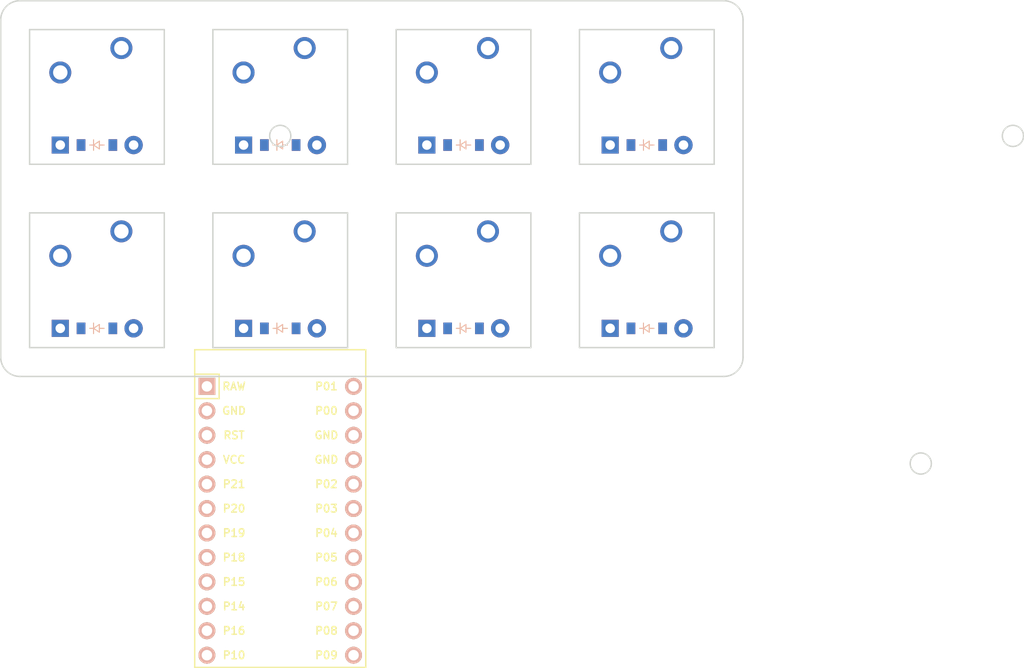
<source format=kicad_pcb>


(kicad_pcb (version 20171130) (host pcbnew 5.1.6)

  (page A3)
  (title_block
    (title "main")
    (rev "1")
    (company "Ergogen Design Prompt")
  )

  (general
    (thickness 1.6)
  )

  (layers
    (0 F.Cu signal)
    (31 B.Cu signal)
    (32 B.Adhes user)
    (33 F.Adhes user)
    (34 B.Paste user)
    (35 F.Paste user)
    (36 B.SilkS user)
    (37 F.SilkS user)
    (38 B.Mask user)
    (39 F.Mask user)
    (40 Dwgs.User user)
    (41 Cmts.User user)
    (42 Eco1.User user)
    (43 Eco2.User user)
    (44 Edge.Cuts user)
    (45 Margin user)
    (46 B.CrtYd user)
    (47 F.CrtYd user)
    (48 B.Fab user)
    (49 F.Fab user)
  )

  (setup
    (last_trace_width 0.25)
    (trace_clearance 0.2)
    (zone_clearance 0.508)
    (zone_45_only no)
    (trace_min 0.2)
    (via_size 0.8)
    (via_drill 0.4)
    (via_min_size 0.4)
    (via_min_drill 0.3)
    (uvia_size 0.3)
    (uvia_drill 0.1)
    (uvias_allowed no)
    (uvia_min_size 0.2)
    (uvia_min_drill 0.1)
    (edge_width 0.05)
    (segment_width 0.2)
    (pcb_text_width 0.3)
    (pcb_text_size 1.5 1.5)
    (mod_edge_width 0.12)
    (mod_text_size 1 1)
    (mod_text_width 0.15)
    (pad_size 1.524 1.524)
    (pad_drill 0.762)
    (pad_to_mask_clearance 0.05)
    (aux_axis_origin 0 0)
    (visible_elements FFFFFF7F)
    (pcbplotparams
      (layerselection 0x010fc_ffffffff)
      (usegerberextensions false)
      (usegerberattributes true)
      (usegerberadvancedattributes true)
      (creategerberjobfile true)
      (excludeedgelayer true)
      (linewidth 0.100000)
      (plotframeref false)
      (viasonmask false)
      (mode 1)
      (useauxorigin false)
      (hpglpennumber 1)
      (hpglpenspeed 20)
      (hpglpendiameter 15.000000)
      (psnegative false)
      (psa4output false)
      (plotreference true)
      (plotvalue true)
      (plotinvisibletext false)
      (padsonsilk false)
      (subtractmaskfromsilk false)
      (outputformat 1)
      (mirror false)
      (drillshape 1)
      (scaleselection 1)
      (outputdirectory ""))
  )

  (net 0 "")
(net 1 "C0")
(net 2 "col0_row0")
(net 3 "col0_row1")
(net 4 "C1")
(net 5 "col1_row0")
(net 6 "col1_row1")
(net 7 "C2")
(net 8 "col2_row0")
(net 9 "col2_row1")
(net 10 "C3")
(net 11 "col3_row0")
(net 12 "col3_row1")
(net 13 "R0")
(net 14 "R1")
(net 15 "RAW")
(net 16 "GND")
(net 17 "RST")
(net 18 "VCC")
(net 19 "P21")
(net 20 "P20")
(net 21 "P19")
(net 22 "P18")
(net 23 "P15")
(net 24 "P14")
(net 25 "P16")
(net 26 "P10")
(net 27 "P1")
(net 28 "P0")
(net 29 "P2")
(net 30 "P3")
(net 31 "P4")
(net 32 "P5")
(net 33 "P6")
(net 34 "P7")
(net 35 "P8")
(net 36 "P9")

  (net_class Default "This is the default net class."
    (clearance 0.2)
    (trace_width 0.25)
    (via_dia 0.8)
    (via_drill 0.4)
    (uvia_dia 0.3)
    (uvia_drill 0.1)
    (add_net "")
(add_net "C0")
(add_net "col0_row0")
(add_net "col0_row1")
(add_net "C1")
(add_net "col1_row0")
(add_net "col1_row1")
(add_net "C2")
(add_net "col2_row0")
(add_net "col2_row1")
(add_net "C3")
(add_net "col3_row0")
(add_net "col3_row1")
(add_net "R0")
(add_net "R1")
(add_net "RAW")
(add_net "GND")
(add_net "RST")
(add_net "VCC")
(add_net "P21")
(add_net "P20")
(add_net "P19")
(add_net "P18")
(add_net "P15")
(add_net "P14")
(add_net "P16")
(add_net "P10")
(add_net "P1")
(add_net "P0")
(add_net "P2")
(add_net "P3")
(add_net "P4")
(add_net "P5")
(add_net "P6")
(add_net "P7")
(add_net "P8")
(add_net "P9")
  )

  
        
      (module MX (layer F.Cu) (tedit 5DD4F656)
      (at 0 0 0)

      
      (fp_text reference "S1" (at 0 0) (layer F.SilkS) hide (effects (font (size 1.27 1.27) (thickness 0.15))))
      (fp_text value "" (at 0 0) (layer F.SilkS) hide (effects (font (size 1.27 1.27) (thickness 0.15))))

      
      (fp_line (start -7 -6) (end -7 -7) (layer Dwgs.User) (width 0.15))
      (fp_line (start -7 7) (end -6 7) (layer Dwgs.User) (width 0.15))
      (fp_line (start -6 -7) (end -7 -7) (layer Dwgs.User) (width 0.15))
      (fp_line (start -7 7) (end -7 6) (layer Dwgs.User) (width 0.15))
      (fp_line (start 7 6) (end 7 7) (layer Dwgs.User) (width 0.15))
      (fp_line (start 7 -7) (end 6 -7) (layer Dwgs.User) (width 0.15))
      (fp_line (start 6 7) (end 7 7) (layer Dwgs.User) (width 0.15))
      (fp_line (start 7 -7) (end 7 -6) (layer Dwgs.User) (width 0.15))
    
      
      (pad "" np_thru_hole circle (at 0 0) (size 3.9878 3.9878) (drill 3.9878) (layers *.Cu *.Mask))

      
      (pad "" np_thru_hole circle (at 5.08 0) (size 1.7018 1.7018) (drill 1.7018) (layers *.Cu *.Mask))
      (pad "" np_thru_hole circle (at -5.08 0) (size 1.7018 1.7018) (drill 1.7018) (layers *.Cu *.Mask))
      
        
        
            
            (pad 1 thru_hole circle (at 2.54 -5.08) (size 2.286 2.286) (drill 1.4986) (layers *.Cu *.Mask) (net 1 "C0"))
            (pad 2 thru_hole circle (at -3.81 -2.54) (size 2.286 2.286) (drill 1.4986) (layers *.Cu *.Mask) (net 2 "col0_row0"))
          )
        

        
      (module MX (layer F.Cu) (tedit 5DD4F656)
      (at 0 -19.05 0)

      
      (fp_text reference "S2" (at 0 0) (layer F.SilkS) hide (effects (font (size 1.27 1.27) (thickness 0.15))))
      (fp_text value "" (at 0 0) (layer F.SilkS) hide (effects (font (size 1.27 1.27) (thickness 0.15))))

      
      (fp_line (start -7 -6) (end -7 -7) (layer Dwgs.User) (width 0.15))
      (fp_line (start -7 7) (end -6 7) (layer Dwgs.User) (width 0.15))
      (fp_line (start -6 -7) (end -7 -7) (layer Dwgs.User) (width 0.15))
      (fp_line (start -7 7) (end -7 6) (layer Dwgs.User) (width 0.15))
      (fp_line (start 7 6) (end 7 7) (layer Dwgs.User) (width 0.15))
      (fp_line (start 7 -7) (end 6 -7) (layer Dwgs.User) (width 0.15))
      (fp_line (start 6 7) (end 7 7) (layer Dwgs.User) (width 0.15))
      (fp_line (start 7 -7) (end 7 -6) (layer Dwgs.User) (width 0.15))
    
      
      (pad "" np_thru_hole circle (at 0 0) (size 3.9878 3.9878) (drill 3.9878) (layers *.Cu *.Mask))

      
      (pad "" np_thru_hole circle (at 5.08 0) (size 1.7018 1.7018) (drill 1.7018) (layers *.Cu *.Mask))
      (pad "" np_thru_hole circle (at -5.08 0) (size 1.7018 1.7018) (drill 1.7018) (layers *.Cu *.Mask))
      
        
        
            
            (pad 1 thru_hole circle (at 2.54 -5.08) (size 2.286 2.286) (drill 1.4986) (layers *.Cu *.Mask) (net 1 "C0"))
            (pad 2 thru_hole circle (at -3.81 -2.54) (size 2.286 2.286) (drill 1.4986) (layers *.Cu *.Mask) (net 3 "col0_row1"))
          )
        

        
      (module MX (layer F.Cu) (tedit 5DD4F656)
      (at 19.05 0 0)

      
      (fp_text reference "S3" (at 0 0) (layer F.SilkS) hide (effects (font (size 1.27 1.27) (thickness 0.15))))
      (fp_text value "" (at 0 0) (layer F.SilkS) hide (effects (font (size 1.27 1.27) (thickness 0.15))))

      
      (fp_line (start -7 -6) (end -7 -7) (layer Dwgs.User) (width 0.15))
      (fp_line (start -7 7) (end -6 7) (layer Dwgs.User) (width 0.15))
      (fp_line (start -6 -7) (end -7 -7) (layer Dwgs.User) (width 0.15))
      (fp_line (start -7 7) (end -7 6) (layer Dwgs.User) (width 0.15))
      (fp_line (start 7 6) (end 7 7) (layer Dwgs.User) (width 0.15))
      (fp_line (start 7 -7) (end 6 -7) (layer Dwgs.User) (width 0.15))
      (fp_line (start 6 7) (end 7 7) (layer Dwgs.User) (width 0.15))
      (fp_line (start 7 -7) (end 7 -6) (layer Dwgs.User) (width 0.15))
    
      
      (pad "" np_thru_hole circle (at 0 0) (size 3.9878 3.9878) (drill 3.9878) (layers *.Cu *.Mask))

      
      (pad "" np_thru_hole circle (at 5.08 0) (size 1.7018 1.7018) (drill 1.7018) (layers *.Cu *.Mask))
      (pad "" np_thru_hole circle (at -5.08 0) (size 1.7018 1.7018) (drill 1.7018) (layers *.Cu *.Mask))
      
        
        
            
            (pad 1 thru_hole circle (at 2.54 -5.08) (size 2.286 2.286) (drill 1.4986) (layers *.Cu *.Mask) (net 4 "C1"))
            (pad 2 thru_hole circle (at -3.81 -2.54) (size 2.286 2.286) (drill 1.4986) (layers *.Cu *.Mask) (net 5 "col1_row0"))
          )
        

        
      (module MX (layer F.Cu) (tedit 5DD4F656)
      (at 19.05 -19.05 0)

      
      (fp_text reference "S4" (at 0 0) (layer F.SilkS) hide (effects (font (size 1.27 1.27) (thickness 0.15))))
      (fp_text value "" (at 0 0) (layer F.SilkS) hide (effects (font (size 1.27 1.27) (thickness 0.15))))

      
      (fp_line (start -7 -6) (end -7 -7) (layer Dwgs.User) (width 0.15))
      (fp_line (start -7 7) (end -6 7) (layer Dwgs.User) (width 0.15))
      (fp_line (start -6 -7) (end -7 -7) (layer Dwgs.User) (width 0.15))
      (fp_line (start -7 7) (end -7 6) (layer Dwgs.User) (width 0.15))
      (fp_line (start 7 6) (end 7 7) (layer Dwgs.User) (width 0.15))
      (fp_line (start 7 -7) (end 6 -7) (layer Dwgs.User) (width 0.15))
      (fp_line (start 6 7) (end 7 7) (layer Dwgs.User) (width 0.15))
      (fp_line (start 7 -7) (end 7 -6) (layer Dwgs.User) (width 0.15))
    
      
      (pad "" np_thru_hole circle (at 0 0) (size 3.9878 3.9878) (drill 3.9878) (layers *.Cu *.Mask))

      
      (pad "" np_thru_hole circle (at 5.08 0) (size 1.7018 1.7018) (drill 1.7018) (layers *.Cu *.Mask))
      (pad "" np_thru_hole circle (at -5.08 0) (size 1.7018 1.7018) (drill 1.7018) (layers *.Cu *.Mask))
      
        
        
            
            (pad 1 thru_hole circle (at 2.54 -5.08) (size 2.286 2.286) (drill 1.4986) (layers *.Cu *.Mask) (net 4 "C1"))
            (pad 2 thru_hole circle (at -3.81 -2.54) (size 2.286 2.286) (drill 1.4986) (layers *.Cu *.Mask) (net 6 "col1_row1"))
          )
        

        
      (module MX (layer F.Cu) (tedit 5DD4F656)
      (at 38.1 0 0)

      
      (fp_text reference "S5" (at 0 0) (layer F.SilkS) hide (effects (font (size 1.27 1.27) (thickness 0.15))))
      (fp_text value "" (at 0 0) (layer F.SilkS) hide (effects (font (size 1.27 1.27) (thickness 0.15))))

      
      (fp_line (start -7 -6) (end -7 -7) (layer Dwgs.User) (width 0.15))
      (fp_line (start -7 7) (end -6 7) (layer Dwgs.User) (width 0.15))
      (fp_line (start -6 -7) (end -7 -7) (layer Dwgs.User) (width 0.15))
      (fp_line (start -7 7) (end -7 6) (layer Dwgs.User) (width 0.15))
      (fp_line (start 7 6) (end 7 7) (layer Dwgs.User) (width 0.15))
      (fp_line (start 7 -7) (end 6 -7) (layer Dwgs.User) (width 0.15))
      (fp_line (start 6 7) (end 7 7) (layer Dwgs.User) (width 0.15))
      (fp_line (start 7 -7) (end 7 -6) (layer Dwgs.User) (width 0.15))
    
      
      (pad "" np_thru_hole circle (at 0 0) (size 3.9878 3.9878) (drill 3.9878) (layers *.Cu *.Mask))

      
      (pad "" np_thru_hole circle (at 5.08 0) (size 1.7018 1.7018) (drill 1.7018) (layers *.Cu *.Mask))
      (pad "" np_thru_hole circle (at -5.08 0) (size 1.7018 1.7018) (drill 1.7018) (layers *.Cu *.Mask))
      
        
        
            
            (pad 1 thru_hole circle (at 2.54 -5.08) (size 2.286 2.286) (drill 1.4986) (layers *.Cu *.Mask) (net 7 "C2"))
            (pad 2 thru_hole circle (at -3.81 -2.54) (size 2.286 2.286) (drill 1.4986) (layers *.Cu *.Mask) (net 8 "col2_row0"))
          )
        

        
      (module MX (layer F.Cu) (tedit 5DD4F656)
      (at 38.1 -19.05 0)

      
      (fp_text reference "S6" (at 0 0) (layer F.SilkS) hide (effects (font (size 1.27 1.27) (thickness 0.15))))
      (fp_text value "" (at 0 0) (layer F.SilkS) hide (effects (font (size 1.27 1.27) (thickness 0.15))))

      
      (fp_line (start -7 -6) (end -7 -7) (layer Dwgs.User) (width 0.15))
      (fp_line (start -7 7) (end -6 7) (layer Dwgs.User) (width 0.15))
      (fp_line (start -6 -7) (end -7 -7) (layer Dwgs.User) (width 0.15))
      (fp_line (start -7 7) (end -7 6) (layer Dwgs.User) (width 0.15))
      (fp_line (start 7 6) (end 7 7) (layer Dwgs.User) (width 0.15))
      (fp_line (start 7 -7) (end 6 -7) (layer Dwgs.User) (width 0.15))
      (fp_line (start 6 7) (end 7 7) (layer Dwgs.User) (width 0.15))
      (fp_line (start 7 -7) (end 7 -6) (layer Dwgs.User) (width 0.15))
    
      
      (pad "" np_thru_hole circle (at 0 0) (size 3.9878 3.9878) (drill 3.9878) (layers *.Cu *.Mask))

      
      (pad "" np_thru_hole circle (at 5.08 0) (size 1.7018 1.7018) (drill 1.7018) (layers *.Cu *.Mask))
      (pad "" np_thru_hole circle (at -5.08 0) (size 1.7018 1.7018) (drill 1.7018) (layers *.Cu *.Mask))
      
        
        
            
            (pad 1 thru_hole circle (at 2.54 -5.08) (size 2.286 2.286) (drill 1.4986) (layers *.Cu *.Mask) (net 7 "C2"))
            (pad 2 thru_hole circle (at -3.81 -2.54) (size 2.286 2.286) (drill 1.4986) (layers *.Cu *.Mask) (net 9 "col2_row1"))
          )
        

        
      (module MX (layer F.Cu) (tedit 5DD4F656)
      (at 57.15 0 0)

      
      (fp_text reference "S7" (at 0 0) (layer F.SilkS) hide (effects (font (size 1.27 1.27) (thickness 0.15))))
      (fp_text value "" (at 0 0) (layer F.SilkS) hide (effects (font (size 1.27 1.27) (thickness 0.15))))

      
      (fp_line (start -7 -6) (end -7 -7) (layer Dwgs.User) (width 0.15))
      (fp_line (start -7 7) (end -6 7) (layer Dwgs.User) (width 0.15))
      (fp_line (start -6 -7) (end -7 -7) (layer Dwgs.User) (width 0.15))
      (fp_line (start -7 7) (end -7 6) (layer Dwgs.User) (width 0.15))
      (fp_line (start 7 6) (end 7 7) (layer Dwgs.User) (width 0.15))
      (fp_line (start 7 -7) (end 6 -7) (layer Dwgs.User) (width 0.15))
      (fp_line (start 6 7) (end 7 7) (layer Dwgs.User) (width 0.15))
      (fp_line (start 7 -7) (end 7 -6) (layer Dwgs.User) (width 0.15))
    
      
      (pad "" np_thru_hole circle (at 0 0) (size 3.9878 3.9878) (drill 3.9878) (layers *.Cu *.Mask))

      
      (pad "" np_thru_hole circle (at 5.08 0) (size 1.7018 1.7018) (drill 1.7018) (layers *.Cu *.Mask))
      (pad "" np_thru_hole circle (at -5.08 0) (size 1.7018 1.7018) (drill 1.7018) (layers *.Cu *.Mask))
      
        
        
            
            (pad 1 thru_hole circle (at 2.54 -5.08) (size 2.286 2.286) (drill 1.4986) (layers *.Cu *.Mask) (net 10 "C3"))
            (pad 2 thru_hole circle (at -3.81 -2.54) (size 2.286 2.286) (drill 1.4986) (layers *.Cu *.Mask) (net 11 "col3_row0"))
          )
        

        
      (module MX (layer F.Cu) (tedit 5DD4F656)
      (at 57.15 -19.05 0)

      
      (fp_text reference "S8" (at 0 0) (layer F.SilkS) hide (effects (font (size 1.27 1.27) (thickness 0.15))))
      (fp_text value "" (at 0 0) (layer F.SilkS) hide (effects (font (size 1.27 1.27) (thickness 0.15))))

      
      (fp_line (start -7 -6) (end -7 -7) (layer Dwgs.User) (width 0.15))
      (fp_line (start -7 7) (end -6 7) (layer Dwgs.User) (width 0.15))
      (fp_line (start -6 -7) (end -7 -7) (layer Dwgs.User) (width 0.15))
      (fp_line (start -7 7) (end -7 6) (layer Dwgs.User) (width 0.15))
      (fp_line (start 7 6) (end 7 7) (layer Dwgs.User) (width 0.15))
      (fp_line (start 7 -7) (end 6 -7) (layer Dwgs.User) (width 0.15))
      (fp_line (start 6 7) (end 7 7) (layer Dwgs.User) (width 0.15))
      (fp_line (start 7 -7) (end 7 -6) (layer Dwgs.User) (width 0.15))
    
      
      (pad "" np_thru_hole circle (at 0 0) (size 3.9878 3.9878) (drill 3.9878) (layers *.Cu *.Mask))

      
      (pad "" np_thru_hole circle (at 5.08 0) (size 1.7018 1.7018) (drill 1.7018) (layers *.Cu *.Mask))
      (pad "" np_thru_hole circle (at -5.08 0) (size 1.7018 1.7018) (drill 1.7018) (layers *.Cu *.Mask))
      
        
        
            
            (pad 1 thru_hole circle (at 2.54 -5.08) (size 2.286 2.286) (drill 1.4986) (layers *.Cu *.Mask) (net 10 "C3"))
            (pad 2 thru_hole circle (at -3.81 -2.54) (size 2.286 2.286) (drill 1.4986) (layers *.Cu *.Mask) (net 12 "col3_row1"))
          )
        

  
    (module ComboDiode (layer F.Cu) (tedit 5B24D78E)


        (at 0 5 0)

        
        (fp_text reference "D1" (at 0 0) (layer F.SilkS) hide (effects (font (size 1.27 1.27) (thickness 0.15))))
        (fp_text value "" (at 0 0) (layer F.SilkS) hide (effects (font (size 1.27 1.27) (thickness 0.15))))
        
        
        (fp_line (start 0.25 0) (end 0.75 0) (layer F.SilkS) (width 0.1))
        (fp_line (start 0.25 0.4) (end -0.35 0) (layer F.SilkS) (width 0.1))
        (fp_line (start 0.25 -0.4) (end 0.25 0.4) (layer F.SilkS) (width 0.1))
        (fp_line (start -0.35 0) (end 0.25 -0.4) (layer F.SilkS) (width 0.1))
        (fp_line (start -0.35 0) (end -0.35 0.55) (layer F.SilkS) (width 0.1))
        (fp_line (start -0.35 0) (end -0.35 -0.55) (layer F.SilkS) (width 0.1))
        (fp_line (start -0.75 0) (end -0.35 0) (layer F.SilkS) (width 0.1))
        (fp_line (start 0.25 0) (end 0.75 0) (layer B.SilkS) (width 0.1))
        (fp_line (start 0.25 0.4) (end -0.35 0) (layer B.SilkS) (width 0.1))
        (fp_line (start 0.25 -0.4) (end 0.25 0.4) (layer B.SilkS) (width 0.1))
        (fp_line (start -0.35 0) (end 0.25 -0.4) (layer B.SilkS) (width 0.1))
        (fp_line (start -0.35 0) (end -0.35 0.55) (layer B.SilkS) (width 0.1))
        (fp_line (start -0.35 0) (end -0.35 -0.55) (layer B.SilkS) (width 0.1))
        (fp_line (start -0.75 0) (end -0.35 0) (layer B.SilkS) (width 0.1))
    
        
        (pad 1 smd rect (at -1.65 0 0) (size 0.9 1.2) (layers F.Cu F.Paste F.Mask) (net 13 "R0"))
        (pad 2 smd rect (at 1.65 0 0) (size 0.9 1.2) (layers B.Cu B.Paste B.Mask) (net 2 "col0_row0"))
        (pad 1 smd rect (at -1.65 0 0) (size 0.9 1.2) (layers B.Cu B.Paste B.Mask) (net 13 "R0"))
        (pad 2 smd rect (at 1.65 0 0) (size 0.9 1.2) (layers F.Cu F.Paste F.Mask) (net 2 "col0_row0"))
        
        
        (pad 1 thru_hole rect (at -3.81 0 0) (size 1.778 1.778) (drill 0.9906) (layers *.Cu *.Mask) (net 13 "R0"))
        (pad 2 thru_hole circle (at 3.81 0 0) (size 1.905 1.905) (drill 0.9906) (layers *.Cu *.Mask) (net 2 "col0_row0"))
    )
  
    

  
    (module ComboDiode (layer F.Cu) (tedit 5B24D78E)


        (at 0 -14.05 0)

        
        (fp_text reference "D2" (at 0 0) (layer F.SilkS) hide (effects (font (size 1.27 1.27) (thickness 0.15))))
        (fp_text value "" (at 0 0) (layer F.SilkS) hide (effects (font (size 1.27 1.27) (thickness 0.15))))
        
        
        (fp_line (start 0.25 0) (end 0.75 0) (layer F.SilkS) (width 0.1))
        (fp_line (start 0.25 0.4) (end -0.35 0) (layer F.SilkS) (width 0.1))
        (fp_line (start 0.25 -0.4) (end 0.25 0.4) (layer F.SilkS) (width 0.1))
        (fp_line (start -0.35 0) (end 0.25 -0.4) (layer F.SilkS) (width 0.1))
        (fp_line (start -0.35 0) (end -0.35 0.55) (layer F.SilkS) (width 0.1))
        (fp_line (start -0.35 0) (end -0.35 -0.55) (layer F.SilkS) (width 0.1))
        (fp_line (start -0.75 0) (end -0.35 0) (layer F.SilkS) (width 0.1))
        (fp_line (start 0.25 0) (end 0.75 0) (layer B.SilkS) (width 0.1))
        (fp_line (start 0.25 0.4) (end -0.35 0) (layer B.SilkS) (width 0.1))
        (fp_line (start 0.25 -0.4) (end 0.25 0.4) (layer B.SilkS) (width 0.1))
        (fp_line (start -0.35 0) (end 0.25 -0.4) (layer B.SilkS) (width 0.1))
        (fp_line (start -0.35 0) (end -0.35 0.55) (layer B.SilkS) (width 0.1))
        (fp_line (start -0.35 0) (end -0.35 -0.55) (layer B.SilkS) (width 0.1))
        (fp_line (start -0.75 0) (end -0.35 0) (layer B.SilkS) (width 0.1))
    
        
        (pad 1 smd rect (at -1.65 0 0) (size 0.9 1.2) (layers F.Cu F.Paste F.Mask) (net 14 "R1"))
        (pad 2 smd rect (at 1.65 0 0) (size 0.9 1.2) (layers B.Cu B.Paste B.Mask) (net 3 "col0_row1"))
        (pad 1 smd rect (at -1.65 0 0) (size 0.9 1.2) (layers B.Cu B.Paste B.Mask) (net 14 "R1"))
        (pad 2 smd rect (at 1.65 0 0) (size 0.9 1.2) (layers F.Cu F.Paste F.Mask) (net 3 "col0_row1"))
        
        
        (pad 1 thru_hole rect (at -3.81 0 0) (size 1.778 1.778) (drill 0.9906) (layers *.Cu *.Mask) (net 14 "R1"))
        (pad 2 thru_hole circle (at 3.81 0 0) (size 1.905 1.905) (drill 0.9906) (layers *.Cu *.Mask) (net 3 "col0_row1"))
    )
  
    

  
    (module ComboDiode (layer F.Cu) (tedit 5B24D78E)


        (at 19.05 5 0)

        
        (fp_text reference "D3" (at 0 0) (layer F.SilkS) hide (effects (font (size 1.27 1.27) (thickness 0.15))))
        (fp_text value "" (at 0 0) (layer F.SilkS) hide (effects (font (size 1.27 1.27) (thickness 0.15))))
        
        
        (fp_line (start 0.25 0) (end 0.75 0) (layer F.SilkS) (width 0.1))
        (fp_line (start 0.25 0.4) (end -0.35 0) (layer F.SilkS) (width 0.1))
        (fp_line (start 0.25 -0.4) (end 0.25 0.4) (layer F.SilkS) (width 0.1))
        (fp_line (start -0.35 0) (end 0.25 -0.4) (layer F.SilkS) (width 0.1))
        (fp_line (start -0.35 0) (end -0.35 0.55) (layer F.SilkS) (width 0.1))
        (fp_line (start -0.35 0) (end -0.35 -0.55) (layer F.SilkS) (width 0.1))
        (fp_line (start -0.75 0) (end -0.35 0) (layer F.SilkS) (width 0.1))
        (fp_line (start 0.25 0) (end 0.75 0) (layer B.SilkS) (width 0.1))
        (fp_line (start 0.25 0.4) (end -0.35 0) (layer B.SilkS) (width 0.1))
        (fp_line (start 0.25 -0.4) (end 0.25 0.4) (layer B.SilkS) (width 0.1))
        (fp_line (start -0.35 0) (end 0.25 -0.4) (layer B.SilkS) (width 0.1))
        (fp_line (start -0.35 0) (end -0.35 0.55) (layer B.SilkS) (width 0.1))
        (fp_line (start -0.35 0) (end -0.35 -0.55) (layer B.SilkS) (width 0.1))
        (fp_line (start -0.75 0) (end -0.35 0) (layer B.SilkS) (width 0.1))
    
        
        (pad 1 smd rect (at -1.65 0 0) (size 0.9 1.2) (layers F.Cu F.Paste F.Mask) (net 13 "R0"))
        (pad 2 smd rect (at 1.65 0 0) (size 0.9 1.2) (layers B.Cu B.Paste B.Mask) (net 5 "col1_row0"))
        (pad 1 smd rect (at -1.65 0 0) (size 0.9 1.2) (layers B.Cu B.Paste B.Mask) (net 13 "R0"))
        (pad 2 smd rect (at 1.65 0 0) (size 0.9 1.2) (layers F.Cu F.Paste F.Mask) (net 5 "col1_row0"))
        
        
        (pad 1 thru_hole rect (at -3.81 0 0) (size 1.778 1.778) (drill 0.9906) (layers *.Cu *.Mask) (net 13 "R0"))
        (pad 2 thru_hole circle (at 3.81 0 0) (size 1.905 1.905) (drill 0.9906) (layers *.Cu *.Mask) (net 5 "col1_row0"))
    )
  
    

  
    (module ComboDiode (layer F.Cu) (tedit 5B24D78E)


        (at 19.05 -14.05 0)

        
        (fp_text reference "D4" (at 0 0) (layer F.SilkS) hide (effects (font (size 1.27 1.27) (thickness 0.15))))
        (fp_text value "" (at 0 0) (layer F.SilkS) hide (effects (font (size 1.27 1.27) (thickness 0.15))))
        
        
        (fp_line (start 0.25 0) (end 0.75 0) (layer F.SilkS) (width 0.1))
        (fp_line (start 0.25 0.4) (end -0.35 0) (layer F.SilkS) (width 0.1))
        (fp_line (start 0.25 -0.4) (end 0.25 0.4) (layer F.SilkS) (width 0.1))
        (fp_line (start -0.35 0) (end 0.25 -0.4) (layer F.SilkS) (width 0.1))
        (fp_line (start -0.35 0) (end -0.35 0.55) (layer F.SilkS) (width 0.1))
        (fp_line (start -0.35 0) (end -0.35 -0.55) (layer F.SilkS) (width 0.1))
        (fp_line (start -0.75 0) (end -0.35 0) (layer F.SilkS) (width 0.1))
        (fp_line (start 0.25 0) (end 0.75 0) (layer B.SilkS) (width 0.1))
        (fp_line (start 0.25 0.4) (end -0.35 0) (layer B.SilkS) (width 0.1))
        (fp_line (start 0.25 -0.4) (end 0.25 0.4) (layer B.SilkS) (width 0.1))
        (fp_line (start -0.35 0) (end 0.25 -0.4) (layer B.SilkS) (width 0.1))
        (fp_line (start -0.35 0) (end -0.35 0.55) (layer B.SilkS) (width 0.1))
        (fp_line (start -0.35 0) (end -0.35 -0.55) (layer B.SilkS) (width 0.1))
        (fp_line (start -0.75 0) (end -0.35 0) (layer B.SilkS) (width 0.1))
    
        
        (pad 1 smd rect (at -1.65 0 0) (size 0.9 1.2) (layers F.Cu F.Paste F.Mask) (net 14 "R1"))
        (pad 2 smd rect (at 1.65 0 0) (size 0.9 1.2) (layers B.Cu B.Paste B.Mask) (net 6 "col1_row1"))
        (pad 1 smd rect (at -1.65 0 0) (size 0.9 1.2) (layers B.Cu B.Paste B.Mask) (net 14 "R1"))
        (pad 2 smd rect (at 1.65 0 0) (size 0.9 1.2) (layers F.Cu F.Paste F.Mask) (net 6 "col1_row1"))
        
        
        (pad 1 thru_hole rect (at -3.81 0 0) (size 1.778 1.778) (drill 0.9906) (layers *.Cu *.Mask) (net 14 "R1"))
        (pad 2 thru_hole circle (at 3.81 0 0) (size 1.905 1.905) (drill 0.9906) (layers *.Cu *.Mask) (net 6 "col1_row1"))
    )
  
    

  
    (module ComboDiode (layer F.Cu) (tedit 5B24D78E)


        (at 38.1 5 0)

        
        (fp_text reference "D5" (at 0 0) (layer F.SilkS) hide (effects (font (size 1.27 1.27) (thickness 0.15))))
        (fp_text value "" (at 0 0) (layer F.SilkS) hide (effects (font (size 1.27 1.27) (thickness 0.15))))
        
        
        (fp_line (start 0.25 0) (end 0.75 0) (layer F.SilkS) (width 0.1))
        (fp_line (start 0.25 0.4) (end -0.35 0) (layer F.SilkS) (width 0.1))
        (fp_line (start 0.25 -0.4) (end 0.25 0.4) (layer F.SilkS) (width 0.1))
        (fp_line (start -0.35 0) (end 0.25 -0.4) (layer F.SilkS) (width 0.1))
        (fp_line (start -0.35 0) (end -0.35 0.55) (layer F.SilkS) (width 0.1))
        (fp_line (start -0.35 0) (end -0.35 -0.55) (layer F.SilkS) (width 0.1))
        (fp_line (start -0.75 0) (end -0.35 0) (layer F.SilkS) (width 0.1))
        (fp_line (start 0.25 0) (end 0.75 0) (layer B.SilkS) (width 0.1))
        (fp_line (start 0.25 0.4) (end -0.35 0) (layer B.SilkS) (width 0.1))
        (fp_line (start 0.25 -0.4) (end 0.25 0.4) (layer B.SilkS) (width 0.1))
        (fp_line (start -0.35 0) (end 0.25 -0.4) (layer B.SilkS) (width 0.1))
        (fp_line (start -0.35 0) (end -0.35 0.55) (layer B.SilkS) (width 0.1))
        (fp_line (start -0.35 0) (end -0.35 -0.55) (layer B.SilkS) (width 0.1))
        (fp_line (start -0.75 0) (end -0.35 0) (layer B.SilkS) (width 0.1))
    
        
        (pad 1 smd rect (at -1.65 0 0) (size 0.9 1.2) (layers F.Cu F.Paste F.Mask) (net 13 "R0"))
        (pad 2 smd rect (at 1.65 0 0) (size 0.9 1.2) (layers B.Cu B.Paste B.Mask) (net 8 "col2_row0"))
        (pad 1 smd rect (at -1.65 0 0) (size 0.9 1.2) (layers B.Cu B.Paste B.Mask) (net 13 "R0"))
        (pad 2 smd rect (at 1.65 0 0) (size 0.9 1.2) (layers F.Cu F.Paste F.Mask) (net 8 "col2_row0"))
        
        
        (pad 1 thru_hole rect (at -3.81 0 0) (size 1.778 1.778) (drill 0.9906) (layers *.Cu *.Mask) (net 13 "R0"))
        (pad 2 thru_hole circle (at 3.81 0 0) (size 1.905 1.905) (drill 0.9906) (layers *.Cu *.Mask) (net 8 "col2_row0"))
    )
  
    

  
    (module ComboDiode (layer F.Cu) (tedit 5B24D78E)


        (at 38.1 -14.05 0)

        
        (fp_text reference "D6" (at 0 0) (layer F.SilkS) hide (effects (font (size 1.27 1.27) (thickness 0.15))))
        (fp_text value "" (at 0 0) (layer F.SilkS) hide (effects (font (size 1.27 1.27) (thickness 0.15))))
        
        
        (fp_line (start 0.25 0) (end 0.75 0) (layer F.SilkS) (width 0.1))
        (fp_line (start 0.25 0.4) (end -0.35 0) (layer F.SilkS) (width 0.1))
        (fp_line (start 0.25 -0.4) (end 0.25 0.4) (layer F.SilkS) (width 0.1))
        (fp_line (start -0.35 0) (end 0.25 -0.4) (layer F.SilkS) (width 0.1))
        (fp_line (start -0.35 0) (end -0.35 0.55) (layer F.SilkS) (width 0.1))
        (fp_line (start -0.35 0) (end -0.35 -0.55) (layer F.SilkS) (width 0.1))
        (fp_line (start -0.75 0) (end -0.35 0) (layer F.SilkS) (width 0.1))
        (fp_line (start 0.25 0) (end 0.75 0) (layer B.SilkS) (width 0.1))
        (fp_line (start 0.25 0.4) (end -0.35 0) (layer B.SilkS) (width 0.1))
        (fp_line (start 0.25 -0.4) (end 0.25 0.4) (layer B.SilkS) (width 0.1))
        (fp_line (start -0.35 0) (end 0.25 -0.4) (layer B.SilkS) (width 0.1))
        (fp_line (start -0.35 0) (end -0.35 0.55) (layer B.SilkS) (width 0.1))
        (fp_line (start -0.35 0) (end -0.35 -0.55) (layer B.SilkS) (width 0.1))
        (fp_line (start -0.75 0) (end -0.35 0) (layer B.SilkS) (width 0.1))
    
        
        (pad 1 smd rect (at -1.65 0 0) (size 0.9 1.2) (layers F.Cu F.Paste F.Mask) (net 14 "R1"))
        (pad 2 smd rect (at 1.65 0 0) (size 0.9 1.2) (layers B.Cu B.Paste B.Mask) (net 9 "col2_row1"))
        (pad 1 smd rect (at -1.65 0 0) (size 0.9 1.2) (layers B.Cu B.Paste B.Mask) (net 14 "R1"))
        (pad 2 smd rect (at 1.65 0 0) (size 0.9 1.2) (layers F.Cu F.Paste F.Mask) (net 9 "col2_row1"))
        
        
        (pad 1 thru_hole rect (at -3.81 0 0) (size 1.778 1.778) (drill 0.9906) (layers *.Cu *.Mask) (net 14 "R1"))
        (pad 2 thru_hole circle (at 3.81 0 0) (size 1.905 1.905) (drill 0.9906) (layers *.Cu *.Mask) (net 9 "col2_row1"))
    )
  
    

  
    (module ComboDiode (layer F.Cu) (tedit 5B24D78E)


        (at 57.15 5 0)

        
        (fp_text reference "D7" (at 0 0) (layer F.SilkS) hide (effects (font (size 1.27 1.27) (thickness 0.15))))
        (fp_text value "" (at 0 0) (layer F.SilkS) hide (effects (font (size 1.27 1.27) (thickness 0.15))))
        
        
        (fp_line (start 0.25 0) (end 0.75 0) (layer F.SilkS) (width 0.1))
        (fp_line (start 0.25 0.4) (end -0.35 0) (layer F.SilkS) (width 0.1))
        (fp_line (start 0.25 -0.4) (end 0.25 0.4) (layer F.SilkS) (width 0.1))
        (fp_line (start -0.35 0) (end 0.25 -0.4) (layer F.SilkS) (width 0.1))
        (fp_line (start -0.35 0) (end -0.35 0.55) (layer F.SilkS) (width 0.1))
        (fp_line (start -0.35 0) (end -0.35 -0.55) (layer F.SilkS) (width 0.1))
        (fp_line (start -0.75 0) (end -0.35 0) (layer F.SilkS) (width 0.1))
        (fp_line (start 0.25 0) (end 0.75 0) (layer B.SilkS) (width 0.1))
        (fp_line (start 0.25 0.4) (end -0.35 0) (layer B.SilkS) (width 0.1))
        (fp_line (start 0.25 -0.4) (end 0.25 0.4) (layer B.SilkS) (width 0.1))
        (fp_line (start -0.35 0) (end 0.25 -0.4) (layer B.SilkS) (width 0.1))
        (fp_line (start -0.35 0) (end -0.35 0.55) (layer B.SilkS) (width 0.1))
        (fp_line (start -0.35 0) (end -0.35 -0.55) (layer B.SilkS) (width 0.1))
        (fp_line (start -0.75 0) (end -0.35 0) (layer B.SilkS) (width 0.1))
    
        
        (pad 1 smd rect (at -1.65 0 0) (size 0.9 1.2) (layers F.Cu F.Paste F.Mask) (net 13 "R0"))
        (pad 2 smd rect (at 1.65 0 0) (size 0.9 1.2) (layers B.Cu B.Paste B.Mask) (net 11 "col3_row0"))
        (pad 1 smd rect (at -1.65 0 0) (size 0.9 1.2) (layers B.Cu B.Paste B.Mask) (net 13 "R0"))
        (pad 2 smd rect (at 1.65 0 0) (size 0.9 1.2) (layers F.Cu F.Paste F.Mask) (net 11 "col3_row0"))
        
        
        (pad 1 thru_hole rect (at -3.81 0 0) (size 1.778 1.778) (drill 0.9906) (layers *.Cu *.Mask) (net 13 "R0"))
        (pad 2 thru_hole circle (at 3.81 0 0) (size 1.905 1.905) (drill 0.9906) (layers *.Cu *.Mask) (net 11 "col3_row0"))
    )
  
    

  
    (module ComboDiode (layer F.Cu) (tedit 5B24D78E)


        (at 57.15 -14.05 0)

        
        (fp_text reference "D8" (at 0 0) (layer F.SilkS) hide (effects (font (size 1.27 1.27) (thickness 0.15))))
        (fp_text value "" (at 0 0) (layer F.SilkS) hide (effects (font (size 1.27 1.27) (thickness 0.15))))
        
        
        (fp_line (start 0.25 0) (end 0.75 0) (layer F.SilkS) (width 0.1))
        (fp_line (start 0.25 0.4) (end -0.35 0) (layer F.SilkS) (width 0.1))
        (fp_line (start 0.25 -0.4) (end 0.25 0.4) (layer F.SilkS) (width 0.1))
        (fp_line (start -0.35 0) (end 0.25 -0.4) (layer F.SilkS) (width 0.1))
        (fp_line (start -0.35 0) (end -0.35 0.55) (layer F.SilkS) (width 0.1))
        (fp_line (start -0.35 0) (end -0.35 -0.55) (layer F.SilkS) (width 0.1))
        (fp_line (start -0.75 0) (end -0.35 0) (layer F.SilkS) (width 0.1))
        (fp_line (start 0.25 0) (end 0.75 0) (layer B.SilkS) (width 0.1))
        (fp_line (start 0.25 0.4) (end -0.35 0) (layer B.SilkS) (width 0.1))
        (fp_line (start 0.25 -0.4) (end 0.25 0.4) (layer B.SilkS) (width 0.1))
        (fp_line (start -0.35 0) (end 0.25 -0.4) (layer B.SilkS) (width 0.1))
        (fp_line (start -0.35 0) (end -0.35 0.55) (layer B.SilkS) (width 0.1))
        (fp_line (start -0.35 0) (end -0.35 -0.55) (layer B.SilkS) (width 0.1))
        (fp_line (start -0.75 0) (end -0.35 0) (layer B.SilkS) (width 0.1))
    
        
        (pad 1 smd rect (at -1.65 0 0) (size 0.9 1.2) (layers F.Cu F.Paste F.Mask) (net 14 "R1"))
        (pad 2 smd rect (at 1.65 0 0) (size 0.9 1.2) (layers B.Cu B.Paste B.Mask) (net 12 "col3_row1"))
        (pad 1 smd rect (at -1.65 0 0) (size 0.9 1.2) (layers B.Cu B.Paste B.Mask) (net 14 "R1"))
        (pad 2 smd rect (at 1.65 0 0) (size 0.9 1.2) (layers F.Cu F.Paste F.Mask) (net 12 "col3_row1"))
        
        
        (pad 1 thru_hole rect (at -3.81 0 0) (size 1.778 1.778) (drill 0.9906) (layers *.Cu *.Mask) (net 14 "R1"))
        (pad 2 thru_hole circle (at 3.81 0 0) (size 1.905 1.905) (drill 0.9906) (layers *.Cu *.Mask) (net 12 "col3_row1"))
    )
  
    

        
      (module ProMicro (layer F.Cu) (tedit 5B307E4C)
      (at 19.05 25 270)

      
      (fp_text reference "MCU1" (at 0 0) (layer F.SilkS) hide (effects (font (size 1.27 1.27) (thickness 0.15))))
      (fp_text value "" (at 0 0) (layer F.SilkS) hide (effects (font (size 1.27 1.27) (thickness 0.15))))
    
      
      (fp_line (start -19.304 -3.81) (end -14.224 -3.81) (layer Dwgs.User) (width 0.15))
      (fp_line (start -19.304 3.81) (end -19.304 -3.81) (layer Dwgs.User) (width 0.15))
      (fp_line (start -14.224 3.81) (end -19.304 3.81) (layer Dwgs.User) (width 0.15))
      (fp_line (start -14.224 -3.81) (end -14.224 3.81) (layer Dwgs.User) (width 0.15))
    
      
      (fp_line (start -17.78 8.89) (end 15.24 8.89) (layer F.SilkS) (width 0.15))
      (fp_line (start 15.24 8.89) (end 15.24 -8.89) (layer F.SilkS) (width 0.15))
      (fp_line (start 15.24 -8.89) (end -17.78 -8.89) (layer F.SilkS) (width 0.15))
      (fp_line (start -17.78 -8.89) (end -17.78 8.89) (layer F.SilkS) (width 0.15))
      
        
        
        (fp_line (start -15.24 6.35) (end -12.7 6.35) (layer F.SilkS) (width 0.15))
        (fp_line (start -15.24 6.35) (end -15.24 8.89) (layer F.SilkS) (width 0.15))
        (fp_line (start -12.7 6.35) (end -12.7 8.89) (layer F.SilkS) (width 0.15))
      
        
        (fp_text user RAW (at -13.97 4.8 360) (layer F.SilkS) (effects (font (size 0.8 0.8) (thickness 0.15))))
        (fp_text user GND (at -11.43 4.8 360) (layer F.SilkS) (effects (font (size 0.8 0.8) (thickness 0.15))))
        (fp_text user RST (at -8.89 4.8 360) (layer F.SilkS) (effects (font (size 0.8 0.8) (thickness 0.15))))
        (fp_text user VCC (at -6.35 4.8 360) (layer F.SilkS) (effects (font (size 0.8 0.8) (thickness 0.15))))
        (fp_text user P21 (at -3.81 4.8 360) (layer F.SilkS) (effects (font (size 0.8 0.8) (thickness 0.15))))
        (fp_text user P20 (at -1.27 4.8 360) (layer F.SilkS) (effects (font (size 0.8 0.8) (thickness 0.15))))
        (fp_text user P19 (at 1.27 4.8 360) (layer F.SilkS) (effects (font (size 0.8 0.8) (thickness 0.15))))
        (fp_text user P18 (at 3.81 4.8 360) (layer F.SilkS) (effects (font (size 0.8 0.8) (thickness 0.15))))
        (fp_text user P15 (at 6.35 4.8 360) (layer F.SilkS) (effects (font (size 0.8 0.8) (thickness 0.15))))
        (fp_text user P14 (at 8.89 4.8 360) (layer F.SilkS) (effects (font (size 0.8 0.8) (thickness 0.15))))
        (fp_text user P16 (at 11.43 4.8 360) (layer F.SilkS) (effects (font (size 0.8 0.8) (thickness 0.15))))
        (fp_text user P10 (at 13.97 4.8 360) (layer F.SilkS) (effects (font (size 0.8 0.8) (thickness 0.15))))
      
        (fp_text user P01 (at -13.97 -4.8 360) (layer F.SilkS) (effects (font (size 0.8 0.8) (thickness 0.15))))
        (fp_text user P00 (at -11.43 -4.8 360) (layer F.SilkS) (effects (font (size 0.8 0.8) (thickness 0.15))))
        (fp_text user GND (at -8.89 -4.8 360) (layer F.SilkS) (effects (font (size 0.8 0.8) (thickness 0.15))))
        (fp_text user GND (at -6.35 -4.8 360) (layer F.SilkS) (effects (font (size 0.8 0.8) (thickness 0.15))))
        (fp_text user P02 (at -3.81 -4.8 360) (layer F.SilkS) (effects (font (size 0.8 0.8) (thickness 0.15))))
        (fp_text user P03 (at -1.27 -4.8 360) (layer F.SilkS) (effects (font (size 0.8 0.8) (thickness 0.15))))
        (fp_text user P04 (at 1.27 -4.8 360) (layer F.SilkS) (effects (font (size 0.8 0.8) (thickness 0.15))))
        (fp_text user P05 (at 3.81 -4.8 360) (layer F.SilkS) (effects (font (size 0.8 0.8) (thickness 0.15))))
        (fp_text user P06 (at 6.35 -4.8 360) (layer F.SilkS) (effects (font (size 0.8 0.8) (thickness 0.15))))
        (fp_text user P07 (at 8.89 -4.8 360) (layer F.SilkS) (effects (font (size 0.8 0.8) (thickness 0.15))))
        (fp_text user P08 (at 11.43 -4.8 360) (layer F.SilkS) (effects (font (size 0.8 0.8) (thickness 0.15))))
        (fp_text user P09 (at 13.97 -4.8 360) (layer F.SilkS) (effects (font (size 0.8 0.8) (thickness 0.15))))
      
        
        (pad 1 thru_hole rect (at -13.97 7.62 270) (size 1.7526 1.7526) (drill 1.0922) (layers *.Cu *.SilkS *.Mask) (net 15 "RAW"))
        (pad 2 thru_hole circle (at -11.43 7.62 0) (size 1.7526 1.7526) (drill 1.0922) (layers *.Cu *.SilkS *.Mask) (net 16 "GND"))
        (pad 3 thru_hole circle (at -8.89 7.62 0) (size 1.7526 1.7526) (drill 1.0922) (layers *.Cu *.SilkS *.Mask) (net 17 "RST"))
        (pad 4 thru_hole circle (at -6.35 7.62 0) (size 1.7526 1.7526) (drill 1.0922) (layers *.Cu *.SilkS *.Mask) (net 18 "VCC"))
        (pad 5 thru_hole circle (at -3.81 7.62 0) (size 1.7526 1.7526) (drill 1.0922) (layers *.Cu *.SilkS *.Mask) (net 19 "P21"))
        (pad 6 thru_hole circle (at -1.27 7.62 0) (size 1.7526 1.7526) (drill 1.0922) (layers *.Cu *.SilkS *.Mask) (net 20 "P20"))
        (pad 7 thru_hole circle (at 1.27 7.62 0) (size 1.7526 1.7526) (drill 1.0922) (layers *.Cu *.SilkS *.Mask) (net 21 "P19"))
        (pad 8 thru_hole circle (at 3.81 7.62 0) (size 1.7526 1.7526) (drill 1.0922) (layers *.Cu *.SilkS *.Mask) (net 22 "P18"))
        (pad 9 thru_hole circle (at 6.35 7.62 0) (size 1.7526 1.7526) (drill 1.0922) (layers *.Cu *.SilkS *.Mask) (net 23 "P15"))
        (pad 10 thru_hole circle (at 8.89 7.62 0) (size 1.7526 1.7526) (drill 1.0922) (layers *.Cu *.SilkS *.Mask) (net 24 "P14"))
        (pad 11 thru_hole circle (at 11.43 7.62 0) (size 1.7526 1.7526) (drill 1.0922) (layers *.Cu *.SilkS *.Mask) (net 25 "P16"))
        (pad 12 thru_hole circle (at 13.97 7.62 0) (size 1.7526 1.7526) (drill 1.0922) (layers *.Cu *.SilkS *.Mask) (net 26 "P10"))
        
        (pad 13 thru_hole circle (at -13.97 -7.62 0) (size 1.7526 1.7526) (drill 1.0922) (layers *.Cu *.SilkS *.Mask) (net 27 "P1"))
        (pad 14 thru_hole circle (at -11.43 -7.62 0) (size 1.7526 1.7526) (drill 1.0922) (layers *.Cu *.SilkS *.Mask) (net 28 "P0"))
        (pad 15 thru_hole circle (at -8.89 -7.62 0) (size 1.7526 1.7526) (drill 1.0922) (layers *.Cu *.SilkS *.Mask) (net 16 "GND"))
        (pad 16 thru_hole circle (at -6.35 -7.62 0) (size 1.7526 1.7526) (drill 1.0922) (layers *.Cu *.SilkS *.Mask) (net 16 "GND"))
        (pad 17 thru_hole circle (at -3.81 -7.62 0) (size 1.7526 1.7526) (drill 1.0922) (layers *.Cu *.SilkS *.Mask) (net 29 "P2"))
        (pad 18 thru_hole circle (at -1.27 -7.62 0) (size 1.7526 1.7526) (drill 1.0922) (layers *.Cu *.SilkS *.Mask) (net 30 "P3"))
        (pad 19 thru_hole circle (at 1.27 -7.62 0) (size 1.7526 1.7526) (drill 1.0922) (layers *.Cu *.SilkS *.Mask) (net 31 "P4"))
        (pad 20 thru_hole circle (at 3.81 -7.62 0) (size 1.7526 1.7526) (drill 1.0922) (layers *.Cu *.SilkS *.Mask) (net 32 "P5"))
        (pad 21 thru_hole circle (at 6.35 -7.62 0) (size 1.7526 1.7526) (drill 1.0922) (layers *.Cu *.SilkS *.Mask) (net 33 "P6"))
        (pad 22 thru_hole circle (at 8.89 -7.62 0) (size 1.7526 1.7526) (drill 1.0922) (layers *.Cu *.SilkS *.Mask) (net 34 "P7"))
        (pad 23 thru_hole circle (at 11.43 -7.62 0) (size 1.7526 1.7526) (drill 1.0922) (layers *.Cu *.SilkS *.Mask) (net 35 "P8"))
        (pad 24 thru_hole circle (at 13.97 -7.62 0) (size 1.7526 1.7526) (drill 1.0922) (layers *.Cu *.SilkS *.Mask) (net 36 "P9"))
      )
        
  (gr_line (start -10 -27.05) (end -10 8) (angle 90) (layer Edge.Cuts) (width 0.15))
(gr_line (start -8 10) (end 65.15 10) (angle 90) (layer Edge.Cuts) (width 0.15))
(gr_line (start 67.15 8) (end 67.15 -27.05) (angle 90) (layer Edge.Cuts) (width 0.15))
(gr_line (start 65.15 -29.05) (end -8 -29.05) (angle 90) (layer Edge.Cuts) (width 0.15))
(gr_arc (start -8 8) (end -10 8) (angle -90) (layer Edge.Cuts) (width 0.15))
(gr_arc (start 65.15 8) (end 65.15 10) (angle -90) (layer Edge.Cuts) (width 0.15))
(gr_arc (start 65.15 -27.05) (end 67.15 -27.05) (angle -90) (layer Edge.Cuts) (width 0.15))
(gr_arc (start -8 -27.05) (end -8 -29.05) (angle -90) (layer Edge.Cuts) (width 0.15))
(gr_line (start -7 7) (end 7 7) (angle 90) (layer Edge.Cuts) (width 0.15))
(gr_line (start 7 7) (end 7 -7) (angle 90) (layer Edge.Cuts) (width 0.15))
(gr_line (start 7 -7) (end -7 -7) (angle 90) (layer Edge.Cuts) (width 0.15))
(gr_line (start -7 -7) (end -7 7) (angle 90) (layer Edge.Cuts) (width 0.15))
(gr_line (start -7 -12.05) (end 7 -12.05) (angle 90) (layer Edge.Cuts) (width 0.15))
(gr_line (start 7 -12.05) (end 7 -26.05) (angle 90) (layer Edge.Cuts) (width 0.15))
(gr_line (start 7 -26.05) (end -7 -26.05) (angle 90) (layer Edge.Cuts) (width 0.15))
(gr_line (start -7 -26.05) (end -7 -12.05) (angle 90) (layer Edge.Cuts) (width 0.15))
(gr_line (start 12.05 7) (end 26.05 7) (angle 90) (layer Edge.Cuts) (width 0.15))
(gr_line (start 26.05 7) (end 26.05 -7) (angle 90) (layer Edge.Cuts) (width 0.15))
(gr_line (start 26.05 -7) (end 12.05 -7) (angle 90) (layer Edge.Cuts) (width 0.15))
(gr_line (start 12.05 -7) (end 12.05 7) (angle 90) (layer Edge.Cuts) (width 0.15))
(gr_line (start 12.05 -12.05) (end 26.05 -12.05) (angle 90) (layer Edge.Cuts) (width 0.15))
(gr_line (start 26.05 -12.05) (end 26.05 -26.05) (angle 90) (layer Edge.Cuts) (width 0.15))
(gr_line (start 26.05 -26.05) (end 12.05 -26.05) (angle 90) (layer Edge.Cuts) (width 0.15))
(gr_line (start 12.05 -26.05) (end 12.05 -12.05) (angle 90) (layer Edge.Cuts) (width 0.15))
(gr_line (start 31.1 7) (end 45.1 7) (angle 90) (layer Edge.Cuts) (width 0.15))
(gr_line (start 45.1 7) (end 45.1 -7) (angle 90) (layer Edge.Cuts) (width 0.15))
(gr_line (start 45.1 -7) (end 31.1 -7) (angle 90) (layer Edge.Cuts) (width 0.15))
(gr_line (start 31.1 -7) (end 31.1 7) (angle 90) (layer Edge.Cuts) (width 0.15))
(gr_line (start 31.1 -12.05) (end 45.1 -12.05) (angle 90) (layer Edge.Cuts) (width 0.15))
(gr_line (start 45.1 -12.05) (end 45.1 -26.05) (angle 90) (layer Edge.Cuts) (width 0.15))
(gr_line (start 45.1 -26.05) (end 31.1 -26.05) (angle 90) (layer Edge.Cuts) (width 0.15))
(gr_line (start 31.1 -26.05) (end 31.1 -12.05) (angle 90) (layer Edge.Cuts) (width 0.15))
(gr_line (start 50.15 7) (end 64.15 7) (angle 90) (layer Edge.Cuts) (width 0.15))
(gr_line (start 64.15 7) (end 64.15 -7) (angle 90) (layer Edge.Cuts) (width 0.15))
(gr_line (start 64.15 -7) (end 50.15 -7) (angle 90) (layer Edge.Cuts) (width 0.15))
(gr_line (start 50.15 -7) (end 50.15 7) (angle 90) (layer Edge.Cuts) (width 0.15))
(gr_line (start 50.15 -12.05) (end 64.15 -12.05) (angle 90) (layer Edge.Cuts) (width 0.15))
(gr_line (start 64.15 -12.05) (end 64.15 -26.05) (angle 90) (layer Edge.Cuts) (width 0.15))
(gr_line (start 64.15 -26.05) (end 50.15 -26.05) (angle 90) (layer Edge.Cuts) (width 0.15))
(gr_line (start 50.15 -26.05) (end 50.15 -12.05) (angle 90) (layer Edge.Cuts) (width 0.15))
(gr_circle (center 19.05 -15) (end 20.150000000000002 -15) (layer Edge.Cuts) (width 0.15))
(gr_circle (center 95.19999999999999 -15) (end 96.29999999999998 -15) (layer Edge.Cuts) (width 0.15))
(gr_circle (center 85.625 19.049999999999997) (end 86.725 19.049999999999997) (layer Edge.Cuts) (width 0.15))

)


</source>
